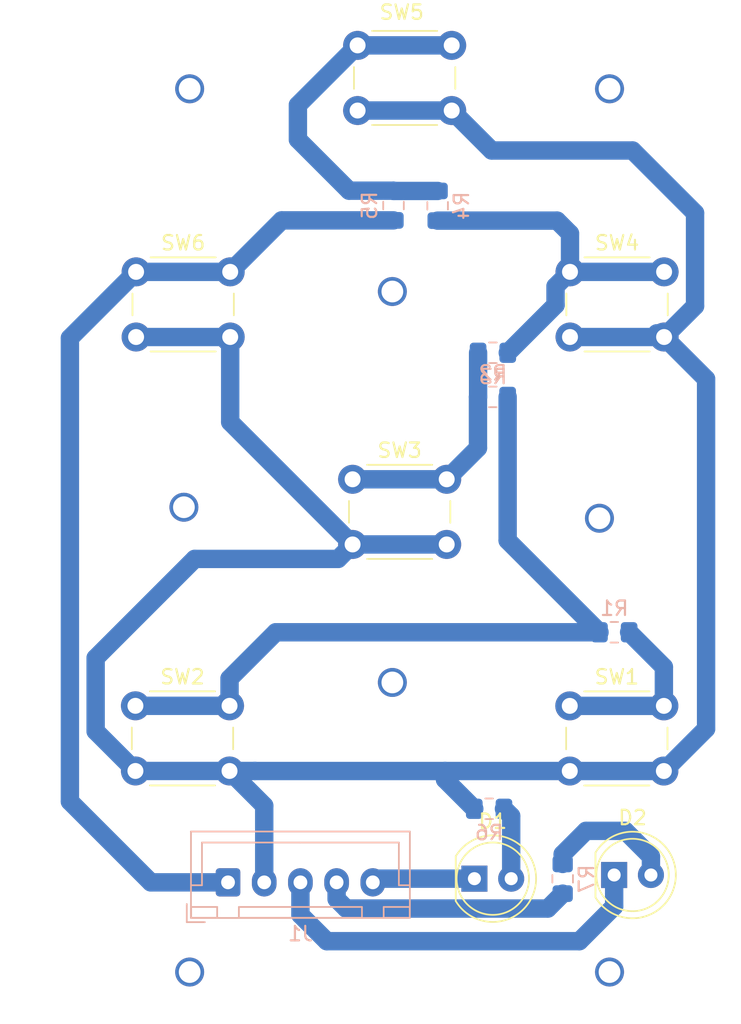
<source format=kicad_pcb>
(kicad_pcb (version 20171130) (host pcbnew "(5.0.1)-4")

  (general
    (thickness 1.6)
    (drawings 4)
    (tracks 93)
    (zones 0)
    (modules 16)
    (nets 13)
  )

  (page A4)
  (layers
    (0 F.Cu signal)
    (31 B.Cu signal)
    (32 B.Adhes user)
    (33 F.Adhes user)
    (34 B.Paste user)
    (35 F.Paste user)
    (36 B.SilkS user)
    (37 F.SilkS user)
    (38 B.Mask user)
    (39 F.Mask user)
    (40 Dwgs.User user)
    (41 Cmts.User user)
    (42 Eco1.User user)
    (43 Eco2.User user)
    (44 Edge.Cuts user)
    (45 Margin user)
    (46 B.CrtYd user)
    (47 F.CrtYd user)
    (48 B.Fab user)
    (49 F.Fab user)
  )

  (setup
    (last_trace_width 0.25)
    (user_trace_width 1.27)
    (trace_clearance 0.2)
    (zone_clearance 0.508)
    (zone_45_only no)
    (trace_min 0.2)
    (segment_width 0.2)
    (edge_width 0.15)
    (via_size 0.8)
    (via_drill 0.4)
    (via_min_size 0.4)
    (via_min_drill 0.3)
    (uvia_size 0.3)
    (uvia_drill 0.1)
    (uvias_allowed no)
    (uvia_min_size 0.2)
    (uvia_min_drill 0.1)
    (pcb_text_width 0.3)
    (pcb_text_size 1.5 1.5)
    (mod_edge_width 0.15)
    (mod_text_size 1 1)
    (mod_text_width 0.15)
    (pad_size 1.524 1.524)
    (pad_drill 0.762)
    (pad_to_mask_clearance 0.051)
    (solder_mask_min_width 0.25)
    (aux_axis_origin 0 0)
    (visible_elements 7FFFFFFF)
    (pcbplotparams
      (layerselection 0x010fc_ffffffff)
      (usegerberextensions false)
      (usegerberattributes false)
      (usegerberadvancedattributes false)
      (creategerberjobfile false)
      (excludeedgelayer true)
      (linewidth 0.100000)
      (plotframeref false)
      (viasonmask false)
      (mode 1)
      (useauxorigin false)
      (hpglpennumber 1)
      (hpglpenspeed 20)
      (hpglpendiameter 15.000000)
      (psnegative false)
      (psa4output false)
      (plotreference true)
      (plotvalue true)
      (plotinvisibletext false)
      (padsonsilk false)
      (subtractmaskfromsilk false)
      (outputformat 1)
      (mirror false)
      (drillshape 1)
      (scaleselection 1)
      (outputdirectory ""))
  )

  (net 0 "")
  (net 1 "Net-(D1-Pad1)")
  (net 2 "Net-(D1-Pad2)")
  (net 3 +5V)
  (net 4 GND)
  (net 5 /teclado_out)
  (net 6 "Net-(R1-Pad1)")
  (net 7 "Net-(R1-Pad2)")
  (net 8 "Net-(R2-Pad2)")
  (net 9 "Net-(R3-Pad2)")
  (net 10 "Net-(R4-Pad2)")
  (net 11 "Net-(D2-Pad2)")
  (net 12 "Net-(J1-Pad4)")

  (net_class Default "This is the default net class."
    (clearance 0.2)
    (trace_width 0.25)
    (via_dia 0.8)
    (via_drill 0.4)
    (uvia_dia 0.3)
    (uvia_drill 0.1)
    (add_net +5V)
    (add_net /teclado_out)
    (add_net GND)
    (add_net "Net-(D1-Pad1)")
    (add_net "Net-(D1-Pad2)")
    (add_net "Net-(D2-Pad2)")
    (add_net "Net-(J1-Pad4)")
    (add_net "Net-(R1-Pad1)")
    (add_net "Net-(R1-Pad2)")
    (add_net "Net-(R2-Pad2)")
    (add_net "Net-(R3-Pad2)")
    (add_net "Net-(R4-Pad2)")
  )

  (module Resistor_SMD:R_0805_2012Metric_Pad1.15x1.40mm_HandSolder (layer B.Cu) (tedit 5B36C52B) (tstamp 5D655527)
    (at 138.947 62.23)
    (descr "Resistor SMD 0805 (2012 Metric), square (rectangular) end terminal, IPC_7351 nominal with elongated pad for handsoldering. (Body size source: https://docs.google.com/spreadsheets/d/1BsfQQcO9C6DZCsRaXUlFlo91Tg2WpOkGARC1WS5S8t0/edit?usp=sharing), generated with kicad-footprint-generator")
    (tags "resistor handsolder")
    (path /5D58762F)
    (attr smd)
    (fp_text reference R3 (at 0 1.65) (layer B.SilkS)
      (effects (font (size 1 1) (thickness 0.15)) (justify mirror))
    )
    (fp_text value 33k (at 0 -1.65) (layer B.Fab)
      (effects (font (size 1 1) (thickness 0.15)) (justify mirror))
    )
    (fp_text user %R (at 0 0) (layer B.Fab)
      (effects (font (size 0.5 0.5) (thickness 0.08)) (justify mirror))
    )
    (fp_line (start 1.85 -0.95) (end -1.85 -0.95) (layer B.CrtYd) (width 0.05))
    (fp_line (start 1.85 0.95) (end 1.85 -0.95) (layer B.CrtYd) (width 0.05))
    (fp_line (start -1.85 0.95) (end 1.85 0.95) (layer B.CrtYd) (width 0.05))
    (fp_line (start -1.85 -0.95) (end -1.85 0.95) (layer B.CrtYd) (width 0.05))
    (fp_line (start -0.261252 -0.71) (end 0.261252 -0.71) (layer B.SilkS) (width 0.12))
    (fp_line (start -0.261252 0.71) (end 0.261252 0.71) (layer B.SilkS) (width 0.12))
    (fp_line (start 1 -0.6) (end -1 -0.6) (layer B.Fab) (width 0.1))
    (fp_line (start 1 0.6) (end 1 -0.6) (layer B.Fab) (width 0.1))
    (fp_line (start -1 0.6) (end 1 0.6) (layer B.Fab) (width 0.1))
    (fp_line (start -1 -0.6) (end -1 0.6) (layer B.Fab) (width 0.1))
    (pad 2 smd roundrect (at 1.025 0) (size 1.15 1.4) (layers B.Cu B.Paste B.Mask) (roundrect_rratio 0.217391)
      (net 9 "Net-(R3-Pad2)"))
    (pad 1 smd roundrect (at -1.025 0) (size 1.15 1.4) (layers B.Cu B.Paste B.Mask) (roundrect_rratio 0.217391)
      (net 8 "Net-(R2-Pad2)"))
    (model ${KISYS3DMOD}/Resistor_SMD.3dshapes/R_0805_2012Metric.wrl
      (at (xyz 0 0 0))
      (scale (xyz 1 1 1))
      (rotate (xyz 0 0 0))
    )
  )

  (module Button_Switch_THT:SW_PUSH_6mm (layer F.Cu) (tedit 5A02FE31) (tstamp 5D6555B7)
    (at 129.254 70.968)
    (descr https://www.omron.com/ecb/products/pdf/en-b3f.pdf)
    (tags "tact sw push 6mm")
    (path /5D58B9A8)
    (fp_text reference SW3 (at 3.25 -2) (layer F.SilkS)
      (effects (font (size 1 1) (thickness 0.15)))
    )
    (fp_text value SW_SPST (at 3.75 6.7) (layer F.Fab)
      (effects (font (size 1 1) (thickness 0.15)))
    )
    (fp_circle (center 3.25 2.25) (end 1.25 2.5) (layer F.Fab) (width 0.1))
    (fp_line (start 6.75 3) (end 6.75 1.5) (layer F.SilkS) (width 0.12))
    (fp_line (start 5.5 -1) (end 1 -1) (layer F.SilkS) (width 0.12))
    (fp_line (start -0.25 1.5) (end -0.25 3) (layer F.SilkS) (width 0.12))
    (fp_line (start 1 5.5) (end 5.5 5.5) (layer F.SilkS) (width 0.12))
    (fp_line (start 8 -1.25) (end 8 5.75) (layer F.CrtYd) (width 0.05))
    (fp_line (start 7.75 6) (end -1.25 6) (layer F.CrtYd) (width 0.05))
    (fp_line (start -1.5 5.75) (end -1.5 -1.25) (layer F.CrtYd) (width 0.05))
    (fp_line (start -1.25 -1.5) (end 7.75 -1.5) (layer F.CrtYd) (width 0.05))
    (fp_line (start -1.5 6) (end -1.25 6) (layer F.CrtYd) (width 0.05))
    (fp_line (start -1.5 5.75) (end -1.5 6) (layer F.CrtYd) (width 0.05))
    (fp_line (start -1.5 -1.5) (end -1.25 -1.5) (layer F.CrtYd) (width 0.05))
    (fp_line (start -1.5 -1.25) (end -1.5 -1.5) (layer F.CrtYd) (width 0.05))
    (fp_line (start 8 -1.5) (end 8 -1.25) (layer F.CrtYd) (width 0.05))
    (fp_line (start 7.75 -1.5) (end 8 -1.5) (layer F.CrtYd) (width 0.05))
    (fp_line (start 8 6) (end 8 5.75) (layer F.CrtYd) (width 0.05))
    (fp_line (start 7.75 6) (end 8 6) (layer F.CrtYd) (width 0.05))
    (fp_line (start 0.25 -0.75) (end 3.25 -0.75) (layer F.Fab) (width 0.1))
    (fp_line (start 0.25 5.25) (end 0.25 -0.75) (layer F.Fab) (width 0.1))
    (fp_line (start 6.25 5.25) (end 0.25 5.25) (layer F.Fab) (width 0.1))
    (fp_line (start 6.25 -0.75) (end 6.25 5.25) (layer F.Fab) (width 0.1))
    (fp_line (start 3.25 -0.75) (end 6.25 -0.75) (layer F.Fab) (width 0.1))
    (fp_text user %R (at 3.25 2.25) (layer F.Fab)
      (effects (font (size 1 1) (thickness 0.15)))
    )
    (pad 1 thru_hole circle (at 6.5 0 90) (size 2 2) (drill 1.1) (layers *.Cu *.Mask)
      (net 8 "Net-(R2-Pad2)"))
    (pad 2 thru_hole circle (at 6.5 4.5 90) (size 2 2) (drill 1.1) (layers *.Cu *.Mask)
      (net 3 +5V))
    (pad 1 thru_hole circle (at 0 0 90) (size 2 2) (drill 1.1) (layers *.Cu *.Mask)
      (net 8 "Net-(R2-Pad2)"))
    (pad 2 thru_hole circle (at 0 4.5 90) (size 2 2) (drill 1.1) (layers *.Cu *.Mask)
      (net 3 +5V))
    (model ${KISYS3DMOD}/Button_Switch_THT.3dshapes/SW_PUSH_6mm.wrl
      (at (xyz 0 0 0))
      (scale (xyz 1 1 1))
      (rotate (xyz 0 0 0))
    )
  )

  (module Button_Switch_THT:SW_PUSH_6mm (layer F.Cu) (tedit 5A02FE31) (tstamp 5D655D1D)
    (at 144.254 86.618)
    (descr https://www.omron.com/ecb/products/pdf/en-b3f.pdf)
    (tags "tact sw push 6mm")
    (path /5D58B906)
    (fp_text reference SW1 (at 3.25 -2) (layer F.SilkS)
      (effects (font (size 1 1) (thickness 0.15)))
    )
    (fp_text value SW_SPST (at 3.75 6.7) (layer F.Fab)
      (effects (font (size 1 1) (thickness 0.15)))
    )
    (fp_circle (center 3.25 2.25) (end 1.25 2.5) (layer F.Fab) (width 0.1))
    (fp_line (start 6.75 3) (end 6.75 1.5) (layer F.SilkS) (width 0.12))
    (fp_line (start 5.5 -1) (end 1 -1) (layer F.SilkS) (width 0.12))
    (fp_line (start -0.25 1.5) (end -0.25 3) (layer F.SilkS) (width 0.12))
    (fp_line (start 1 5.5) (end 5.5 5.5) (layer F.SilkS) (width 0.12))
    (fp_line (start 8 -1.25) (end 8 5.75) (layer F.CrtYd) (width 0.05))
    (fp_line (start 7.75 6) (end -1.25 6) (layer F.CrtYd) (width 0.05))
    (fp_line (start -1.5 5.75) (end -1.5 -1.25) (layer F.CrtYd) (width 0.05))
    (fp_line (start -1.25 -1.5) (end 7.75 -1.5) (layer F.CrtYd) (width 0.05))
    (fp_line (start -1.5 6) (end -1.25 6) (layer F.CrtYd) (width 0.05))
    (fp_line (start -1.5 5.75) (end -1.5 6) (layer F.CrtYd) (width 0.05))
    (fp_line (start -1.5 -1.5) (end -1.25 -1.5) (layer F.CrtYd) (width 0.05))
    (fp_line (start -1.5 -1.25) (end -1.5 -1.5) (layer F.CrtYd) (width 0.05))
    (fp_line (start 8 -1.5) (end 8 -1.25) (layer F.CrtYd) (width 0.05))
    (fp_line (start 7.75 -1.5) (end 8 -1.5) (layer F.CrtYd) (width 0.05))
    (fp_line (start 8 6) (end 8 5.75) (layer F.CrtYd) (width 0.05))
    (fp_line (start 7.75 6) (end 8 6) (layer F.CrtYd) (width 0.05))
    (fp_line (start 0.25 -0.75) (end 3.25 -0.75) (layer F.Fab) (width 0.1))
    (fp_line (start 0.25 5.25) (end 0.25 -0.75) (layer F.Fab) (width 0.1))
    (fp_line (start 6.25 5.25) (end 0.25 5.25) (layer F.Fab) (width 0.1))
    (fp_line (start 6.25 -0.75) (end 6.25 5.25) (layer F.Fab) (width 0.1))
    (fp_line (start 3.25 -0.75) (end 6.25 -0.75) (layer F.Fab) (width 0.1))
    (fp_text user %R (at 3.25 2.25) (layer F.Fab)
      (effects (font (size 1 1) (thickness 0.15)))
    )
    (pad 1 thru_hole circle (at 6.5 0 90) (size 2 2) (drill 1.1) (layers *.Cu *.Mask)
      (net 6 "Net-(R1-Pad1)"))
    (pad 2 thru_hole circle (at 6.5 4.5 90) (size 2 2) (drill 1.1) (layers *.Cu *.Mask)
      (net 3 +5V))
    (pad 1 thru_hole circle (at 0 0 90) (size 2 2) (drill 1.1) (layers *.Cu *.Mask)
      (net 6 "Net-(R1-Pad1)"))
    (pad 2 thru_hole circle (at 0 4.5 90) (size 2 2) (drill 1.1) (layers *.Cu *.Mask)
      (net 3 +5V))
    (model ${KISYS3DMOD}/Button_Switch_THT.3dshapes/SW_PUSH_6mm.wrl
      (at (xyz 0 0 0))
      (scale (xyz 1 1 1))
      (rotate (xyz 0 0 0))
    )
  )

  (module LED_THT:LED_D5.0mm (layer F.Cu) (tedit 5995936A) (tstamp 5D6554D2)
    (at 137.668 98.552)
    (descr "LED, diameter 5.0mm, 2 pins, http://cdn-reichelt.de/documents/datenblatt/A500/LL-504BC2E-009.pdf")
    (tags "LED diameter 5.0mm 2 pins")
    (path /5D58AAA0)
    (fp_text reference D1 (at 1.27 -3.96) (layer F.SilkS)
      (effects (font (size 1 1) (thickness 0.15)))
    )
    (fp_text value "LED ROJO" (at 1.27 3.96) (layer F.Fab)
      (effects (font (size 1 1) (thickness 0.15)))
    )
    (fp_arc (start 1.27 0) (end -1.23 -1.469694) (angle 299.1) (layer F.Fab) (width 0.1))
    (fp_arc (start 1.27 0) (end -1.29 -1.54483) (angle 148.9) (layer F.SilkS) (width 0.12))
    (fp_arc (start 1.27 0) (end -1.29 1.54483) (angle -148.9) (layer F.SilkS) (width 0.12))
    (fp_circle (center 1.27 0) (end 3.77 0) (layer F.Fab) (width 0.1))
    (fp_circle (center 1.27 0) (end 3.77 0) (layer F.SilkS) (width 0.12))
    (fp_line (start -1.23 -1.469694) (end -1.23 1.469694) (layer F.Fab) (width 0.1))
    (fp_line (start -1.29 -1.545) (end -1.29 1.545) (layer F.SilkS) (width 0.12))
    (fp_line (start -1.95 -3.25) (end -1.95 3.25) (layer F.CrtYd) (width 0.05))
    (fp_line (start -1.95 3.25) (end 4.5 3.25) (layer F.CrtYd) (width 0.05))
    (fp_line (start 4.5 3.25) (end 4.5 -3.25) (layer F.CrtYd) (width 0.05))
    (fp_line (start 4.5 -3.25) (end -1.95 -3.25) (layer F.CrtYd) (width 0.05))
    (fp_text user %R (at 1.25 0) (layer F.Fab)
      (effects (font (size 0.8 0.8) (thickness 0.2)))
    )
    (pad 1 thru_hole rect (at 0 0) (size 1.8 1.8) (drill 0.9) (layers *.Cu *.Mask)
      (net 1 "Net-(D1-Pad1)"))
    (pad 2 thru_hole circle (at 2.54 0) (size 1.8 1.8) (drill 0.9) (layers *.Cu *.Mask)
      (net 2 "Net-(D1-Pad2)"))
    (model ${KISYS3DMOD}/LED_THT.3dshapes/LED_D5.0mm.wrl
      (at (xyz 0 0 0))
      (scale (xyz 1 1 1))
      (rotate (xyz 0 0 0))
    )
  )

  (module Resistor_SMD:R_0805_2012Metric_Pad1.15x1.40mm_HandSolder (layer B.Cu) (tedit 5B36C52B) (tstamp 5D655505)
    (at 147.329 81.534 180)
    (descr "Resistor SMD 0805 (2012 Metric), square (rectangular) end terminal, IPC_7351 nominal with elongated pad for handsoldering. (Body size source: https://docs.google.com/spreadsheets/d/1BsfQQcO9C6DZCsRaXUlFlo91Tg2WpOkGARC1WS5S8t0/edit?usp=sharing), generated with kicad-footprint-generator")
    (tags "resistor handsolder")
    (path /5D5875E1)
    (attr smd)
    (fp_text reference R1 (at 0 1.65 180) (layer B.SilkS)
      (effects (font (size 1 1) (thickness 0.15)) (justify mirror))
    )
    (fp_text value 82k (at 0 -1.65 180) (layer B.Fab)
      (effects (font (size 1 1) (thickness 0.15)) (justify mirror))
    )
    (fp_text user %R (at 0 0 180) (layer B.Fab)
      (effects (font (size 0.5 0.5) (thickness 0.08)) (justify mirror))
    )
    (fp_line (start 1.85 -0.95) (end -1.85 -0.95) (layer B.CrtYd) (width 0.05))
    (fp_line (start 1.85 0.95) (end 1.85 -0.95) (layer B.CrtYd) (width 0.05))
    (fp_line (start -1.85 0.95) (end 1.85 0.95) (layer B.CrtYd) (width 0.05))
    (fp_line (start -1.85 -0.95) (end -1.85 0.95) (layer B.CrtYd) (width 0.05))
    (fp_line (start -0.261252 -0.71) (end 0.261252 -0.71) (layer B.SilkS) (width 0.12))
    (fp_line (start -0.261252 0.71) (end 0.261252 0.71) (layer B.SilkS) (width 0.12))
    (fp_line (start 1 -0.6) (end -1 -0.6) (layer B.Fab) (width 0.1))
    (fp_line (start 1 0.6) (end 1 -0.6) (layer B.Fab) (width 0.1))
    (fp_line (start -1 0.6) (end 1 0.6) (layer B.Fab) (width 0.1))
    (fp_line (start -1 -0.6) (end -1 0.6) (layer B.Fab) (width 0.1))
    (pad 2 smd roundrect (at 1.025 0 180) (size 1.15 1.4) (layers B.Cu B.Paste B.Mask) (roundrect_rratio 0.217391)
      (net 7 "Net-(R1-Pad2)"))
    (pad 1 smd roundrect (at -1.025 0 180) (size 1.15 1.4) (layers B.Cu B.Paste B.Mask) (roundrect_rratio 0.217391)
      (net 6 "Net-(R1-Pad1)"))
    (model ${KISYS3DMOD}/Resistor_SMD.3dshapes/R_0805_2012Metric.wrl
      (at (xyz 0 0 0))
      (scale (xyz 1 1 1))
      (rotate (xyz 0 0 0))
    )
  )

  (module Resistor_SMD:R_0805_2012Metric_Pad1.15x1.40mm_HandSolder (layer B.Cu) (tedit 5B36C52B) (tstamp 5D58D938)
    (at 138.938 65.278 180)
    (descr "Resistor SMD 0805 (2012 Metric), square (rectangular) end terminal, IPC_7351 nominal with elongated pad for handsoldering. (Body size source: https://docs.google.com/spreadsheets/d/1BsfQQcO9C6DZCsRaXUlFlo91Tg2WpOkGARC1WS5S8t0/edit?usp=sharing), generated with kicad-footprint-generator")
    (tags "resistor handsolder")
    (path /5D587607)
    (attr smd)
    (fp_text reference R2 (at 0 1.65 180) (layer B.SilkS)
      (effects (font (size 1 1) (thickness 0.15)) (justify mirror))
    )
    (fp_text value 47k (at 0 -1.65 180) (layer B.Fab)
      (effects (font (size 1 1) (thickness 0.15)) (justify mirror))
    )
    (fp_line (start -1 -0.6) (end -1 0.6) (layer B.Fab) (width 0.1))
    (fp_line (start -1 0.6) (end 1 0.6) (layer B.Fab) (width 0.1))
    (fp_line (start 1 0.6) (end 1 -0.6) (layer B.Fab) (width 0.1))
    (fp_line (start 1 -0.6) (end -1 -0.6) (layer B.Fab) (width 0.1))
    (fp_line (start -0.261252 0.71) (end 0.261252 0.71) (layer B.SilkS) (width 0.12))
    (fp_line (start -0.261252 -0.71) (end 0.261252 -0.71) (layer B.SilkS) (width 0.12))
    (fp_line (start -1.85 -0.95) (end -1.85 0.95) (layer B.CrtYd) (width 0.05))
    (fp_line (start -1.85 0.95) (end 1.85 0.95) (layer B.CrtYd) (width 0.05))
    (fp_line (start 1.85 0.95) (end 1.85 -0.95) (layer B.CrtYd) (width 0.05))
    (fp_line (start 1.85 -0.95) (end -1.85 -0.95) (layer B.CrtYd) (width 0.05))
    (fp_text user %R (at 0 0 180) (layer B.Fab)
      (effects (font (size 0.5 0.5) (thickness 0.08)) (justify mirror))
    )
    (pad 1 smd roundrect (at -1.025 0 180) (size 1.15 1.4) (layers B.Cu B.Paste B.Mask) (roundrect_rratio 0.217391)
      (net 7 "Net-(R1-Pad2)"))
    (pad 2 smd roundrect (at 1.025 0 180) (size 1.15 1.4) (layers B.Cu B.Paste B.Mask) (roundrect_rratio 0.217391)
      (net 8 "Net-(R2-Pad2)"))
    (model ${KISYS3DMOD}/Resistor_SMD.3dshapes/R_0805_2012Metric.wrl
      (at (xyz 0 0 0))
      (scale (xyz 1 1 1))
      (rotate (xyz 0 0 0))
    )
  )

  (module Resistor_SMD:R_0805_2012Metric_Pad1.15x1.40mm_HandSolder (layer B.Cu) (tedit 5B36C52B) (tstamp 5D656886)
    (at 135.128 52.079 90)
    (descr "Resistor SMD 0805 (2012 Metric), square (rectangular) end terminal, IPC_7351 nominal with elongated pad for handsoldering. (Body size source: https://docs.google.com/spreadsheets/d/1BsfQQcO9C6DZCsRaXUlFlo91Tg2WpOkGARC1WS5S8t0/edit?usp=sharing), generated with kicad-footprint-generator")
    (tags "resistor handsolder")
    (path /5D587659)
    (attr smd)
    (fp_text reference R4 (at 0 1.65 90) (layer B.SilkS)
      (effects (font (size 1 1) (thickness 0.15)) (justify mirror))
    )
    (fp_text value 22k (at 0 -1.65 90) (layer B.Fab)
      (effects (font (size 1 1) (thickness 0.15)) (justify mirror))
    )
    (fp_text user %R (at 0 0 90) (layer B.Fab)
      (effects (font (size 0.5 0.5) (thickness 0.08)) (justify mirror))
    )
    (fp_line (start 1.85 -0.95) (end -1.85 -0.95) (layer B.CrtYd) (width 0.05))
    (fp_line (start 1.85 0.95) (end 1.85 -0.95) (layer B.CrtYd) (width 0.05))
    (fp_line (start -1.85 0.95) (end 1.85 0.95) (layer B.CrtYd) (width 0.05))
    (fp_line (start -1.85 -0.95) (end -1.85 0.95) (layer B.CrtYd) (width 0.05))
    (fp_line (start -0.261252 -0.71) (end 0.261252 -0.71) (layer B.SilkS) (width 0.12))
    (fp_line (start -0.261252 0.71) (end 0.261252 0.71) (layer B.SilkS) (width 0.12))
    (fp_line (start 1 -0.6) (end -1 -0.6) (layer B.Fab) (width 0.1))
    (fp_line (start 1 0.6) (end 1 -0.6) (layer B.Fab) (width 0.1))
    (fp_line (start -1 0.6) (end 1 0.6) (layer B.Fab) (width 0.1))
    (fp_line (start -1 -0.6) (end -1 0.6) (layer B.Fab) (width 0.1))
    (pad 2 smd roundrect (at 1.025 0 90) (size 1.15 1.4) (layers B.Cu B.Paste B.Mask) (roundrect_rratio 0.217391)
      (net 10 "Net-(R4-Pad2)"))
    (pad 1 smd roundrect (at -1.025 0 90) (size 1.15 1.4) (layers B.Cu B.Paste B.Mask) (roundrect_rratio 0.217391)
      (net 9 "Net-(R3-Pad2)"))
    (model ${KISYS3DMOD}/Resistor_SMD.3dshapes/R_0805_2012Metric.wrl
      (at (xyz 0 0 0))
      (scale (xyz 1 1 1))
      (rotate (xyz 0 0 0))
    )
  )

  (module Resistor_SMD:R_0805_2012Metric_Pad1.15x1.40mm_HandSolder (layer B.Cu) (tedit 5B36C52B) (tstamp 5D655549)
    (at 132.08 52.061 270)
    (descr "Resistor SMD 0805 (2012 Metric), square (rectangular) end terminal, IPC_7351 nominal with elongated pad for handsoldering. (Body size source: https://docs.google.com/spreadsheets/d/1BsfQQcO9C6DZCsRaXUlFlo91Tg2WpOkGARC1WS5S8t0/edit?usp=sharing), generated with kicad-footprint-generator")
    (tags "resistor handsolder")
    (path /5D587FF6)
    (attr smd)
    (fp_text reference R5 (at 0 1.65 270) (layer B.SilkS)
      (effects (font (size 1 1) (thickness 0.15)) (justify mirror))
    )
    (fp_text value 15k (at 0 -1.65 270) (layer B.Fab)
      (effects (font (size 1 1) (thickness 0.15)) (justify mirror))
    )
    (fp_line (start -1 -0.6) (end -1 0.6) (layer B.Fab) (width 0.1))
    (fp_line (start -1 0.6) (end 1 0.6) (layer B.Fab) (width 0.1))
    (fp_line (start 1 0.6) (end 1 -0.6) (layer B.Fab) (width 0.1))
    (fp_line (start 1 -0.6) (end -1 -0.6) (layer B.Fab) (width 0.1))
    (fp_line (start -0.261252 0.71) (end 0.261252 0.71) (layer B.SilkS) (width 0.12))
    (fp_line (start -0.261252 -0.71) (end 0.261252 -0.71) (layer B.SilkS) (width 0.12))
    (fp_line (start -1.85 -0.95) (end -1.85 0.95) (layer B.CrtYd) (width 0.05))
    (fp_line (start -1.85 0.95) (end 1.85 0.95) (layer B.CrtYd) (width 0.05))
    (fp_line (start 1.85 0.95) (end 1.85 -0.95) (layer B.CrtYd) (width 0.05))
    (fp_line (start 1.85 -0.95) (end -1.85 -0.95) (layer B.CrtYd) (width 0.05))
    (fp_text user %R (at 0 0 270) (layer B.Fab)
      (effects (font (size 0.5 0.5) (thickness 0.08)) (justify mirror))
    )
    (pad 1 smd roundrect (at -1.025 0 270) (size 1.15 1.4) (layers B.Cu B.Paste B.Mask) (roundrect_rratio 0.217391)
      (net 10 "Net-(R4-Pad2)"))
    (pad 2 smd roundrect (at 1.025 0 270) (size 1.15 1.4) (layers B.Cu B.Paste B.Mask) (roundrect_rratio 0.217391)
      (net 5 /teclado_out))
    (model ${KISYS3DMOD}/Resistor_SMD.3dshapes/R_0805_2012Metric.wrl
      (at (xyz 0 0 0))
      (scale (xyz 1 1 1))
      (rotate (xyz 0 0 0))
    )
  )

  (module Resistor_SMD:R_0805_2012Metric_Pad1.15x1.40mm_HandSolder (layer B.Cu) (tedit 5B36C52B) (tstamp 5D65555A)
    (at 138.684 93.726)
    (descr "Resistor SMD 0805 (2012 Metric), square (rectangular) end terminal, IPC_7351 nominal with elongated pad for handsoldering. (Body size source: https://docs.google.com/spreadsheets/d/1BsfQQcO9C6DZCsRaXUlFlo91Tg2WpOkGARC1WS5S8t0/edit?usp=sharing), generated with kicad-footprint-generator")
    (tags "resistor handsolder")
    (path /5D58AB4B)
    (attr smd)
    (fp_text reference R6 (at 0 1.65) (layer B.SilkS)
      (effects (font (size 1 1) (thickness 0.15)) (justify mirror))
    )
    (fp_text value 220 (at 0 -1.65) (layer B.Fab)
      (effects (font (size 1 1) (thickness 0.15)) (justify mirror))
    )
    (fp_text user %R (at 0 0) (layer B.Fab)
      (effects (font (size 0.5 0.5) (thickness 0.08)) (justify mirror))
    )
    (fp_line (start 1.85 -0.95) (end -1.85 -0.95) (layer B.CrtYd) (width 0.05))
    (fp_line (start 1.85 0.95) (end 1.85 -0.95) (layer B.CrtYd) (width 0.05))
    (fp_line (start -1.85 0.95) (end 1.85 0.95) (layer B.CrtYd) (width 0.05))
    (fp_line (start -1.85 -0.95) (end -1.85 0.95) (layer B.CrtYd) (width 0.05))
    (fp_line (start -0.261252 -0.71) (end 0.261252 -0.71) (layer B.SilkS) (width 0.12))
    (fp_line (start -0.261252 0.71) (end 0.261252 0.71) (layer B.SilkS) (width 0.12))
    (fp_line (start 1 -0.6) (end -1 -0.6) (layer B.Fab) (width 0.1))
    (fp_line (start 1 0.6) (end 1 -0.6) (layer B.Fab) (width 0.1))
    (fp_line (start -1 0.6) (end 1 0.6) (layer B.Fab) (width 0.1))
    (fp_line (start -1 -0.6) (end -1 0.6) (layer B.Fab) (width 0.1))
    (pad 2 smd roundrect (at 1.025 0) (size 1.15 1.4) (layers B.Cu B.Paste B.Mask) (roundrect_rratio 0.217391)
      (net 2 "Net-(D1-Pad2)"))
    (pad 1 smd roundrect (at -1.025 0) (size 1.15 1.4) (layers B.Cu B.Paste B.Mask) (roundrect_rratio 0.217391)
      (net 3 +5V))
    (model ${KISYS3DMOD}/Resistor_SMD.3dshapes/R_0805_2012Metric.wrl
      (at (xyz 0 0 0))
      (scale (xyz 1 1 1))
      (rotate (xyz 0 0 0))
    )
  )

  (module Button_Switch_THT:SW_PUSH_6mm (layer F.Cu) (tedit 5A02FE31) (tstamp 5D655598)
    (at 114.254 86.614)
    (descr https://www.omron.com/ecb/products/pdf/en-b3f.pdf)
    (tags "tact sw push 6mm")
    (path /5D58B974)
    (fp_text reference SW2 (at 3.25 -2) (layer F.SilkS)
      (effects (font (size 1 1) (thickness 0.15)))
    )
    (fp_text value SW_SPST (at 3.75 6.7) (layer F.Fab)
      (effects (font (size 1 1) (thickness 0.15)))
    )
    (fp_text user %R (at 3.25 2.25) (layer F.Fab)
      (effects (font (size 1 1) (thickness 0.15)))
    )
    (fp_line (start 3.25 -0.75) (end 6.25 -0.75) (layer F.Fab) (width 0.1))
    (fp_line (start 6.25 -0.75) (end 6.25 5.25) (layer F.Fab) (width 0.1))
    (fp_line (start 6.25 5.25) (end 0.25 5.25) (layer F.Fab) (width 0.1))
    (fp_line (start 0.25 5.25) (end 0.25 -0.75) (layer F.Fab) (width 0.1))
    (fp_line (start 0.25 -0.75) (end 3.25 -0.75) (layer F.Fab) (width 0.1))
    (fp_line (start 7.75 6) (end 8 6) (layer F.CrtYd) (width 0.05))
    (fp_line (start 8 6) (end 8 5.75) (layer F.CrtYd) (width 0.05))
    (fp_line (start 7.75 -1.5) (end 8 -1.5) (layer F.CrtYd) (width 0.05))
    (fp_line (start 8 -1.5) (end 8 -1.25) (layer F.CrtYd) (width 0.05))
    (fp_line (start -1.5 -1.25) (end -1.5 -1.5) (layer F.CrtYd) (width 0.05))
    (fp_line (start -1.5 -1.5) (end -1.25 -1.5) (layer F.CrtYd) (width 0.05))
    (fp_line (start -1.5 5.75) (end -1.5 6) (layer F.CrtYd) (width 0.05))
    (fp_line (start -1.5 6) (end -1.25 6) (layer F.CrtYd) (width 0.05))
    (fp_line (start -1.25 -1.5) (end 7.75 -1.5) (layer F.CrtYd) (width 0.05))
    (fp_line (start -1.5 5.75) (end -1.5 -1.25) (layer F.CrtYd) (width 0.05))
    (fp_line (start 7.75 6) (end -1.25 6) (layer F.CrtYd) (width 0.05))
    (fp_line (start 8 -1.25) (end 8 5.75) (layer F.CrtYd) (width 0.05))
    (fp_line (start 1 5.5) (end 5.5 5.5) (layer F.SilkS) (width 0.12))
    (fp_line (start -0.25 1.5) (end -0.25 3) (layer F.SilkS) (width 0.12))
    (fp_line (start 5.5 -1) (end 1 -1) (layer F.SilkS) (width 0.12))
    (fp_line (start 6.75 3) (end 6.75 1.5) (layer F.SilkS) (width 0.12))
    (fp_circle (center 3.25 2.25) (end 1.25 2.5) (layer F.Fab) (width 0.1))
    (pad 2 thru_hole circle (at 0 4.5 90) (size 2 2) (drill 1.1) (layers *.Cu *.Mask)
      (net 3 +5V))
    (pad 1 thru_hole circle (at 0 0 90) (size 2 2) (drill 1.1) (layers *.Cu *.Mask)
      (net 7 "Net-(R1-Pad2)"))
    (pad 2 thru_hole circle (at 6.5 4.5 90) (size 2 2) (drill 1.1) (layers *.Cu *.Mask)
      (net 3 +5V))
    (pad 1 thru_hole circle (at 6.5 0 90) (size 2 2) (drill 1.1) (layers *.Cu *.Mask)
      (net 7 "Net-(R1-Pad2)"))
    (model ${KISYS3DMOD}/Button_Switch_THT.3dshapes/SW_PUSH_6mm.wrl
      (at (xyz 0 0 0))
      (scale (xyz 1 1 1))
      (rotate (xyz 0 0 0))
    )
  )

  (module Button_Switch_THT:SW_PUSH_6mm (layer F.Cu) (tedit 5A02FE31) (tstamp 5D6555D6)
    (at 144.27 56.642)
    (descr https://www.omron.com/ecb/products/pdf/en-b3f.pdf)
    (tags "tact sw push 6mm")
    (path /5D58B9E6)
    (fp_text reference SW4 (at 3.25 -2) (layer F.SilkS)
      (effects (font (size 1 1) (thickness 0.15)))
    )
    (fp_text value SW_SPST (at 3.302 6.858) (layer F.Fab)
      (effects (font (size 1 1) (thickness 0.15)))
    )
    (fp_text user %R (at 3.25 2.25) (layer F.Fab)
      (effects (font (size 1 1) (thickness 0.15)))
    )
    (fp_line (start 3.25 -0.75) (end 6.25 -0.75) (layer F.Fab) (width 0.1))
    (fp_line (start 6.25 -0.75) (end 6.25 5.25) (layer F.Fab) (width 0.1))
    (fp_line (start 6.25 5.25) (end 0.25 5.25) (layer F.Fab) (width 0.1))
    (fp_line (start 0.25 5.25) (end 0.25 -0.75) (layer F.Fab) (width 0.1))
    (fp_line (start 0.25 -0.75) (end 3.25 -0.75) (layer F.Fab) (width 0.1))
    (fp_line (start 7.75 6) (end 8 6) (layer F.CrtYd) (width 0.05))
    (fp_line (start 8 6) (end 8 5.75) (layer F.CrtYd) (width 0.05))
    (fp_line (start 7.75 -1.5) (end 8 -1.5) (layer F.CrtYd) (width 0.05))
    (fp_line (start 8 -1.5) (end 8 -1.25) (layer F.CrtYd) (width 0.05))
    (fp_line (start -1.5 -1.25) (end -1.5 -1.5) (layer F.CrtYd) (width 0.05))
    (fp_line (start -1.5 -1.5) (end -1.25 -1.5) (layer F.CrtYd) (width 0.05))
    (fp_line (start -1.5 5.75) (end -1.5 6) (layer F.CrtYd) (width 0.05))
    (fp_line (start -1.5 6) (end -1.25 6) (layer F.CrtYd) (width 0.05))
    (fp_line (start -1.25 -1.5) (end 7.75 -1.5) (layer F.CrtYd) (width 0.05))
    (fp_line (start -1.5 5.75) (end -1.5 -1.25) (layer F.CrtYd) (width 0.05))
    (fp_line (start 7.75 6) (end -1.25 6) (layer F.CrtYd) (width 0.05))
    (fp_line (start 8 -1.25) (end 8 5.75) (layer F.CrtYd) (width 0.05))
    (fp_line (start 1 5.5) (end 5.5 5.5) (layer F.SilkS) (width 0.12))
    (fp_line (start -0.25 1.5) (end -0.25 3) (layer F.SilkS) (width 0.12))
    (fp_line (start 5.5 -1) (end 1 -1) (layer F.SilkS) (width 0.12))
    (fp_line (start 6.75 3) (end 6.75 1.5) (layer F.SilkS) (width 0.12))
    (fp_circle (center 3.25 2.25) (end 1.25 2.5) (layer F.Fab) (width 0.1))
    (pad 2 thru_hole circle (at 0 4.5 90) (size 2 2) (drill 1.1) (layers *.Cu *.Mask)
      (net 3 +5V))
    (pad 1 thru_hole circle (at 0 0 90) (size 2 2) (drill 1.1) (layers *.Cu *.Mask)
      (net 9 "Net-(R3-Pad2)"))
    (pad 2 thru_hole circle (at 6.5 4.5 90) (size 2 2) (drill 1.1) (layers *.Cu *.Mask)
      (net 3 +5V))
    (pad 1 thru_hole circle (at 6.5 0 90) (size 2 2) (drill 1.1) (layers *.Cu *.Mask)
      (net 9 "Net-(R3-Pad2)"))
    (model ${KISYS3DMOD}/Button_Switch_THT.3dshapes/SW_PUSH_6mm.wrl
      (at (xyz 0 0 0))
      (scale (xyz 1 1 1))
      (rotate (xyz 0 0 0))
    )
  )

  (module Button_Switch_THT:SW_PUSH_6mm (layer F.Cu) (tedit 5A02FE31) (tstamp 5D655E0F)
    (at 129.6 41)
    (descr https://www.omron.com/ecb/products/pdf/en-b3f.pdf)
    (tags "tact sw push 6mm")
    (path /5D58BA22)
    (fp_text reference SW5 (at 3.048 -2.286) (layer F.SilkS)
      (effects (font (size 1 1) (thickness 0.15)))
    )
    (fp_text value SW_SPST (at 3.75 6.7) (layer F.Fab)
      (effects (font (size 1 1) (thickness 0.15)))
    )
    (fp_text user %R (at 3.25 2.25) (layer F.Fab)
      (effects (font (size 1 1) (thickness 0.15)))
    )
    (fp_line (start 3.25 -0.75) (end 6.25 -0.75) (layer F.Fab) (width 0.1))
    (fp_line (start 6.25 -0.75) (end 6.25 5.25) (layer F.Fab) (width 0.1))
    (fp_line (start 6.25 5.25) (end 0.25 5.25) (layer F.Fab) (width 0.1))
    (fp_line (start 0.25 5.25) (end 0.25 -0.75) (layer F.Fab) (width 0.1))
    (fp_line (start 0.25 -0.75) (end 3.25 -0.75) (layer F.Fab) (width 0.1))
    (fp_line (start 7.75 6) (end 8 6) (layer F.CrtYd) (width 0.05))
    (fp_line (start 8 6) (end 8 5.75) (layer F.CrtYd) (width 0.05))
    (fp_line (start 7.75 -1.5) (end 8 -1.5) (layer F.CrtYd) (width 0.05))
    (fp_line (start 8 -1.5) (end 8 -1.25) (layer F.CrtYd) (width 0.05))
    (fp_line (start -1.5 -1.25) (end -1.5 -1.5) (layer F.CrtYd) (width 0.05))
    (fp_line (start -1.5 -1.5) (end -1.25 -1.5) (layer F.CrtYd) (width 0.05))
    (fp_line (start -1.5 5.75) (end -1.5 6) (layer F.CrtYd) (width 0.05))
    (fp_line (start -1.5 6) (end -1.25 6) (layer F.CrtYd) (width 0.05))
    (fp_line (start -1.25 -1.5) (end 7.75 -1.5) (layer F.CrtYd) (width 0.05))
    (fp_line (start -1.5 5.75) (end -1.5 -1.25) (layer F.CrtYd) (width 0.05))
    (fp_line (start 7.75 6) (end -1.25 6) (layer F.CrtYd) (width 0.05))
    (fp_line (start 8 -1.25) (end 8 5.75) (layer F.CrtYd) (width 0.05))
    (fp_line (start 1 5.5) (end 5.5 5.5) (layer F.SilkS) (width 0.12))
    (fp_line (start -0.25 1.5) (end -0.25 3) (layer F.SilkS) (width 0.12))
    (fp_line (start 5.5 -1) (end 1 -1) (layer F.SilkS) (width 0.12))
    (fp_line (start 6.75 3) (end 6.75 1.5) (layer F.SilkS) (width 0.12))
    (fp_circle (center 3.25 2.25) (end 1.25 2.5) (layer F.Fab) (width 0.1))
    (pad 2 thru_hole circle (at 0 4.5 90) (size 2 2) (drill 1.1) (layers *.Cu *.Mask)
      (net 3 +5V))
    (pad 1 thru_hole circle (at 0 0 90) (size 2 2) (drill 1.1) (layers *.Cu *.Mask)
      (net 10 "Net-(R4-Pad2)"))
    (pad 2 thru_hole circle (at 6.5 4.5 90) (size 2 2) (drill 1.1) (layers *.Cu *.Mask)
      (net 3 +5V))
    (pad 1 thru_hole circle (at 6.5 0 90) (size 2 2) (drill 1.1) (layers *.Cu *.Mask)
      (net 10 "Net-(R4-Pad2)"))
    (model ${KISYS3DMOD}/Button_Switch_THT.3dshapes/SW_PUSH_6mm.wrl
      (at (xyz 0 0 0))
      (scale (xyz 1 1 1))
      (rotate (xyz 0 0 0))
    )
  )

  (module Button_Switch_THT:SW_PUSH_6mm (layer F.Cu) (tedit 5A02FE31) (tstamp 5D6C6B9B)
    (at 114.3 56.642)
    (descr https://www.omron.com/ecb/products/pdf/en-b3f.pdf)
    (tags "tact sw push 6mm")
    (path /5D58BA60)
    (fp_text reference SW6 (at 3.25 -2) (layer F.SilkS)
      (effects (font (size 1 1) (thickness 0.15)))
    )
    (fp_text value SW_SPST (at 3.75 6.7) (layer F.Fab)
      (effects (font (size 1 1) (thickness 0.15)))
    )
    (fp_text user %R (at 3.302 2.286) (layer F.Fab)
      (effects (font (size 1 1) (thickness 0.15)))
    )
    (fp_line (start 3.25 -0.75) (end 6.25 -0.75) (layer F.Fab) (width 0.1))
    (fp_line (start 6.25 -0.75) (end 6.25 5.25) (layer F.Fab) (width 0.1))
    (fp_line (start 6.25 5.25) (end 0.25 5.25) (layer F.Fab) (width 0.1))
    (fp_line (start 0.25 5.25) (end 0.25 -0.75) (layer F.Fab) (width 0.1))
    (fp_line (start 0.25 -0.75) (end 3.25 -0.75) (layer F.Fab) (width 0.1))
    (fp_line (start 7.75 6) (end 8 6) (layer F.CrtYd) (width 0.05))
    (fp_line (start 8 6) (end 8 5.75) (layer F.CrtYd) (width 0.05))
    (fp_line (start 7.75 -1.5) (end 8 -1.5) (layer F.CrtYd) (width 0.05))
    (fp_line (start 8 -1.5) (end 8 -1.25) (layer F.CrtYd) (width 0.05))
    (fp_line (start -1.5 -1.25) (end -1.5 -1.5) (layer F.CrtYd) (width 0.05))
    (fp_line (start -1.5 -1.5) (end -1.25 -1.5) (layer F.CrtYd) (width 0.05))
    (fp_line (start -1.5 5.75) (end -1.5 6) (layer F.CrtYd) (width 0.05))
    (fp_line (start -1.5 6) (end -1.25 6) (layer F.CrtYd) (width 0.05))
    (fp_line (start -1.25 -1.5) (end 7.75 -1.5) (layer F.CrtYd) (width 0.05))
    (fp_line (start -1.5 5.75) (end -1.5 -1.25) (layer F.CrtYd) (width 0.05))
    (fp_line (start 7.75 6) (end -1.25 6) (layer F.CrtYd) (width 0.05))
    (fp_line (start 8 -1.25) (end 8 5.75) (layer F.CrtYd) (width 0.05))
    (fp_line (start 1 5.5) (end 5.5 5.5) (layer F.SilkS) (width 0.12))
    (fp_line (start -0.25 1.5) (end -0.25 3) (layer F.SilkS) (width 0.12))
    (fp_line (start 5.5 -1) (end 1 -1) (layer F.SilkS) (width 0.12))
    (fp_line (start 6.75 3) (end 6.75 1.5) (layer F.SilkS) (width 0.12))
    (fp_circle (center 3.25 2.25) (end 1.25 2.5) (layer F.Fab) (width 0.1))
    (pad 2 thru_hole circle (at 0 4.5 90) (size 2 2) (drill 1.1) (layers *.Cu *.Mask)
      (net 3 +5V))
    (pad 1 thru_hole circle (at 0 0 90) (size 2 2) (drill 1.1) (layers *.Cu *.Mask)
      (net 5 /teclado_out))
    (pad 2 thru_hole circle (at 6.5 4.5 90) (size 2 2) (drill 1.1) (layers *.Cu *.Mask)
      (net 3 +5V))
    (pad 1 thru_hole circle (at 6.5 0 90) (size 2 2) (drill 1.1) (layers *.Cu *.Mask)
      (net 5 /teclado_out))
    (model ${KISYS3DMOD}/Button_Switch_THT.3dshapes/SW_PUSH_6mm.wrl
      (at (xyz 0 0 0))
      (scale (xyz 1 1 1))
      (rotate (xyz 0 0 0))
    )
  )

  (module LED_THT:LED_D5.0mm (layer F.Cu) (tedit 5995936A) (tstamp 5D6C65D5)
    (at 147.32 98.298)
    (descr "LED, diameter 5.0mm, 2 pins, http://cdn-reichelt.de/documents/datenblatt/A500/LL-504BC2E-009.pdf")
    (tags "LED diameter 5.0mm 2 pins")
    (path /5D5FF722)
    (fp_text reference D2 (at 1.27 -3.96) (layer F.SilkS)
      (effects (font (size 1 1) (thickness 0.15)))
    )
    (fp_text value "LED VERDE" (at 1.27 3.96) (layer F.Fab)
      (effects (font (size 1 1) (thickness 0.15)))
    )
    (fp_arc (start 1.27 0) (end -1.23 -1.469694) (angle 299.1) (layer F.Fab) (width 0.1))
    (fp_arc (start 1.27 0) (end -1.29 -1.54483) (angle 148.9) (layer F.SilkS) (width 0.12))
    (fp_arc (start 1.27 0) (end -1.29 1.54483) (angle -148.9) (layer F.SilkS) (width 0.12))
    (fp_circle (center 1.27 0) (end 3.77 0) (layer F.Fab) (width 0.1))
    (fp_circle (center 1.27 0) (end 3.77 0) (layer F.SilkS) (width 0.12))
    (fp_line (start -1.23 -1.469694) (end -1.23 1.469694) (layer F.Fab) (width 0.1))
    (fp_line (start -1.29 -1.545) (end -1.29 1.545) (layer F.SilkS) (width 0.12))
    (fp_line (start -1.95 -3.25) (end -1.95 3.25) (layer F.CrtYd) (width 0.05))
    (fp_line (start -1.95 3.25) (end 4.5 3.25) (layer F.CrtYd) (width 0.05))
    (fp_line (start 4.5 3.25) (end 4.5 -3.25) (layer F.CrtYd) (width 0.05))
    (fp_line (start 4.5 -3.25) (end -1.95 -3.25) (layer F.CrtYd) (width 0.05))
    (fp_text user %R (at 1.25 0) (layer F.Fab)
      (effects (font (size 0.8 0.8) (thickness 0.2)))
    )
    (pad 1 thru_hole rect (at 0 0) (size 1.8 1.8) (drill 0.9) (layers *.Cu *.Mask)
      (net 4 GND))
    (pad 2 thru_hole circle (at 2.54 0) (size 1.8 1.8) (drill 0.9) (layers *.Cu *.Mask)
      (net 11 "Net-(D2-Pad2)"))
    (model ${KISYS3DMOD}/LED_THT.3dshapes/LED_D5.0mm.wrl
      (at (xyz 0 0 0))
      (scale (xyz 1 1 1))
      (rotate (xyz 0 0 0))
    )
  )

  (module Connector_JST:JST_XH_B05B-XH-A_1x05_P2.50mm_Vertical (layer B.Cu) (tedit 5B7754C5) (tstamp 5D6C65D6)
    (at 120.65 98.806)
    (descr "JST XH series connector, B05B-XH-A (http://www.jst-mfg.com/product/pdf/eng/eXH.pdf), generated with kicad-footprint-generator")
    (tags "connector JST XH side entry")
    (path /5D5FED87)
    (fp_text reference J1 (at 5 3.55) (layer B.SilkS)
      (effects (font (size 1 1) (thickness 0.15)) (justify mirror))
    )
    (fp_text value Conn_01x05_Female (at 5 -4.6) (layer B.Fab)
      (effects (font (size 1 1) (thickness 0.15)) (justify mirror))
    )
    (fp_line (start -2.45 2.35) (end -2.45 -3.4) (layer B.Fab) (width 0.1))
    (fp_line (start -2.45 -3.4) (end 12.45 -3.4) (layer B.Fab) (width 0.1))
    (fp_line (start 12.45 -3.4) (end 12.45 2.35) (layer B.Fab) (width 0.1))
    (fp_line (start 12.45 2.35) (end -2.45 2.35) (layer B.Fab) (width 0.1))
    (fp_line (start -2.56 2.46) (end -2.56 -3.51) (layer B.SilkS) (width 0.12))
    (fp_line (start -2.56 -3.51) (end 12.56 -3.51) (layer B.SilkS) (width 0.12))
    (fp_line (start 12.56 -3.51) (end 12.56 2.46) (layer B.SilkS) (width 0.12))
    (fp_line (start 12.56 2.46) (end -2.56 2.46) (layer B.SilkS) (width 0.12))
    (fp_line (start -2.95 2.85) (end -2.95 -3.9) (layer B.CrtYd) (width 0.05))
    (fp_line (start -2.95 -3.9) (end 12.95 -3.9) (layer B.CrtYd) (width 0.05))
    (fp_line (start 12.95 -3.9) (end 12.95 2.85) (layer B.CrtYd) (width 0.05))
    (fp_line (start 12.95 2.85) (end -2.95 2.85) (layer B.CrtYd) (width 0.05))
    (fp_line (start -0.625 2.35) (end 0 1.35) (layer B.Fab) (width 0.1))
    (fp_line (start 0 1.35) (end 0.625 2.35) (layer B.Fab) (width 0.1))
    (fp_line (start 0.75 2.45) (end 0.75 1.7) (layer B.SilkS) (width 0.12))
    (fp_line (start 0.75 1.7) (end 9.25 1.7) (layer B.SilkS) (width 0.12))
    (fp_line (start 9.25 1.7) (end 9.25 2.45) (layer B.SilkS) (width 0.12))
    (fp_line (start 9.25 2.45) (end 0.75 2.45) (layer B.SilkS) (width 0.12))
    (fp_line (start -2.55 2.45) (end -2.55 1.7) (layer B.SilkS) (width 0.12))
    (fp_line (start -2.55 1.7) (end -0.75 1.7) (layer B.SilkS) (width 0.12))
    (fp_line (start -0.75 1.7) (end -0.75 2.45) (layer B.SilkS) (width 0.12))
    (fp_line (start -0.75 2.45) (end -2.55 2.45) (layer B.SilkS) (width 0.12))
    (fp_line (start 10.75 2.45) (end 10.75 1.7) (layer B.SilkS) (width 0.12))
    (fp_line (start 10.75 1.7) (end 12.55 1.7) (layer B.SilkS) (width 0.12))
    (fp_line (start 12.55 1.7) (end 12.55 2.45) (layer B.SilkS) (width 0.12))
    (fp_line (start 12.55 2.45) (end 10.75 2.45) (layer B.SilkS) (width 0.12))
    (fp_line (start -2.55 0.2) (end -1.8 0.2) (layer B.SilkS) (width 0.12))
    (fp_line (start -1.8 0.2) (end -1.8 -2.75) (layer B.SilkS) (width 0.12))
    (fp_line (start -1.8 -2.75) (end 5 -2.75) (layer B.SilkS) (width 0.12))
    (fp_line (start 12.55 0.2) (end 11.8 0.2) (layer B.SilkS) (width 0.12))
    (fp_line (start 11.8 0.2) (end 11.8 -2.75) (layer B.SilkS) (width 0.12))
    (fp_line (start 11.8 -2.75) (end 5 -2.75) (layer B.SilkS) (width 0.12))
    (fp_line (start -1.6 2.75) (end -2.85 2.75) (layer B.SilkS) (width 0.12))
    (fp_line (start -2.85 2.75) (end -2.85 1.5) (layer B.SilkS) (width 0.12))
    (fp_text user %R (at 5 -2.7) (layer B.Fab)
      (effects (font (size 1 1) (thickness 0.15)) (justify mirror))
    )
    (pad 1 thru_hole roundrect (at 0 0) (size 1.7 1.95) (drill 0.95) (layers *.Cu *.Mask) (roundrect_rratio 0.147059)
      (net 5 /teclado_out))
    (pad 2 thru_hole oval (at 2.5 0) (size 1.7 1.95) (drill 0.95) (layers *.Cu *.Mask)
      (net 3 +5V))
    (pad 3 thru_hole oval (at 5 0) (size 1.7 1.95) (drill 0.95) (layers *.Cu *.Mask)
      (net 4 GND))
    (pad 4 thru_hole oval (at 7.5 0) (size 1.7 1.95) (drill 0.95) (layers *.Cu *.Mask)
      (net 12 "Net-(J1-Pad4)"))
    (pad 5 thru_hole oval (at 10 0) (size 1.7 1.95) (drill 0.95) (layers *.Cu *.Mask)
      (net 1 "Net-(D1-Pad1)"))
    (model ${KISYS3DMOD}/Connector_JST.3dshapes/JST_XH_B05B-XH-A_1x05_P2.50mm_Vertical.wrl
      (at (xyz 0 0 0))
      (scale (xyz 1 1 1))
      (rotate (xyz 0 0 0))
    )
  )

  (module Resistor_SMD:R_0805_2012Metric_Pad1.15x1.40mm_HandSolder (layer B.Cu) (tedit 5B36C52B) (tstamp 5D6C6611)
    (at 143.764 98.561 90)
    (descr "Resistor SMD 0805 (2012 Metric), square (rectangular) end terminal, IPC_7351 nominal with elongated pad for handsoldering. (Body size source: https://docs.google.com/spreadsheets/d/1BsfQQcO9C6DZCsRaXUlFlo91Tg2WpOkGARC1WS5S8t0/edit?usp=sharing), generated with kicad-footprint-generator")
    (tags "resistor handsolder")
    (path /5D5FF6D2)
    (attr smd)
    (fp_text reference R7 (at 0 1.65 90) (layer B.SilkS)
      (effects (font (size 1 1) (thickness 0.15)) (justify mirror))
    )
    (fp_text value 220 (at 0 -1.65 90) (layer B.Fab)
      (effects (font (size 1 1) (thickness 0.15)) (justify mirror))
    )
    (fp_line (start -1 -0.6) (end -1 0.6) (layer B.Fab) (width 0.1))
    (fp_line (start -1 0.6) (end 1 0.6) (layer B.Fab) (width 0.1))
    (fp_line (start 1 0.6) (end 1 -0.6) (layer B.Fab) (width 0.1))
    (fp_line (start 1 -0.6) (end -1 -0.6) (layer B.Fab) (width 0.1))
    (fp_line (start -0.261252 0.71) (end 0.261252 0.71) (layer B.SilkS) (width 0.12))
    (fp_line (start -0.261252 -0.71) (end 0.261252 -0.71) (layer B.SilkS) (width 0.12))
    (fp_line (start -1.85 -0.95) (end -1.85 0.95) (layer B.CrtYd) (width 0.05))
    (fp_line (start -1.85 0.95) (end 1.85 0.95) (layer B.CrtYd) (width 0.05))
    (fp_line (start 1.85 0.95) (end 1.85 -0.95) (layer B.CrtYd) (width 0.05))
    (fp_line (start 1.85 -0.95) (end -1.85 -0.95) (layer B.CrtYd) (width 0.05))
    (fp_text user %R (at 2.032 9.144 90) (layer B.Fab)
      (effects (font (size 0.5 0.5) (thickness 0.08)) (justify mirror))
    )
    (pad 1 smd roundrect (at -1.025 0 90) (size 1.15 1.4) (layers B.Cu B.Paste B.Mask) (roundrect_rratio 0.217391)
      (net 12 "Net-(J1-Pad4)"))
    (pad 2 smd roundrect (at 1.025 0 90) (size 1.15 1.4) (layers B.Cu B.Paste B.Mask) (roundrect_rratio 0.217391)
      (net 11 "Net-(D2-Pad2)"))
    (model ${KISYS3DMOD}/Resistor_SMD.3dshapes/R_0805_2012Metric.wrl
      (at (xyz 0 0 0))
      (scale (xyz 1 1 1))
      (rotate (xyz 0 0 0))
    )
  )

  (gr_line (start 105 108.504) (end 156 108.504) (layer B.Mask) (width 0.2))
  (gr_line (start 156 38.504) (end 156 108.504) (layer B.Mask) (width 0.2))
  (gr_line (start 105 38.504) (end 105 108.504) (layer B.Mask) (width 0.2))
  (gr_line (start 105 38.504) (end 156 38.504) (layer B.Mask) (width 0.2))

  (via (at 118 105) (size 2) (drill 1.5) (layers F.Cu B.Cu) (net 0))
  (via (at 132 58) (size 2) (drill 1.5) (layers F.Cu B.Cu) (net 0))
  (via (at 147 44) (size 2) (drill 1.5) (layers F.Cu B.Cu) (net 0) (tstamp 5D58D856))
  (via (at 147 105) (size 2) (drill 1.5) (layers F.Cu B.Cu) (net 0) (tstamp 5D58D856))
  (via (at 117.602 72.898) (size 2) (drill 1.5) (layers F.Cu B.Cu) (net 0) (tstamp 5D58DA39))
  (via (at 146.304 73.66) (size 2) (drill 1.5) (layers F.Cu B.Cu) (net 0) (tstamp 5D58DA39))
  (via (at 118 44) (size 2) (drill 1.5) (layers F.Cu B.Cu) (net 0) (tstamp 5D58DAD9))
  (via (at 132 85) (size 2) (drill 1.5) (layers F.Cu B.Cu) (net 0) (tstamp 5D6C8985))
  (segment (start 130.904 98.552) (end 130.65 98.806) (width 1.27) (layer B.Cu) (net 1))
  (segment (start 137.668 98.552) (end 130.904 98.552) (width 1.27) (layer B.Cu) (net 1))
  (segment (start 140.208 94.225) (end 139.709 93.726) (width 1.27) (layer B.Cu) (net 2))
  (segment (start 140.208 98.552) (end 140.208 94.225) (width 1.27) (layer B.Cu) (net 2))
  (segment (start 144.254 91.118) (end 150.754 91.118) (width 1.27) (layer B.Cu) (net 3))
  (segment (start 135.636 91.703) (end 137.659 93.726) (width 1.27) (layer B.Cu) (net 3))
  (segment (start 135.636 91.118) (end 135.636 91.703) (width 1.27) (layer B.Cu) (net 3))
  (segment (start 135.636 91.118) (end 144.254 91.118) (width 1.27) (layer B.Cu) (net 3))
  (segment (start 129.254 75.468) (end 135.754 75.468) (width 1.27) (layer B.Cu) (net 3))
  (segment (start 114.3 61.142) (end 120.8 61.142) (width 1.27) (layer B.Cu) (net 3))
  (segment (start 129.6 45.5) (end 136.1 45.5) (width 1.27) (layer B.Cu) (net 3))
  (segment (start 120.8 67.014) (end 120.8 61.142) (width 1.27) (layer B.Cu) (net 3))
  (segment (start 129.254 75.468) (end 120.8 67.014) (width 1.27) (layer B.Cu) (net 3))
  (segment (start 136.1 45.5) (end 138.86 48.26) (width 1.27) (layer B.Cu) (net 3))
  (segment (start 138.86 48.26) (end 148.59 48.26) (width 1.27) (layer B.Cu) (net 3))
  (segment (start 148.59 48.26) (end 152.908 52.578) (width 1.27) (layer B.Cu) (net 3))
  (segment (start 123.15 98.931) (end 123.15 98.806) (width 1.27) (layer B.Cu) (net 3))
  (segment (start 123.15 93.51) (end 123.15 98.806) (width 1.27) (layer B.Cu) (net 3))
  (segment (start 122.504 91.118) (end 135.636 91.118) (width 1.27) (layer B.Cu) (net 3))
  (segment (start 120.754 91.114) (end 123.15 93.51) (width 1.27) (layer B.Cu) (net 3))
  (segment (start 114.254 91.114) (end 122.5 91.114) (width 1.27) (layer B.Cu) (net 3))
  (segment (start 122.5 91.114) (end 122.504 91.118) (width 1.27) (layer B.Cu) (net 3))
  (segment (start 150.754 91.118) (end 153.67 88.202) (width 1.27) (layer B.Cu) (net 3))
  (segment (start 153.67 88.202) (end 153.67 64.042) (width 1.27) (layer B.Cu) (net 3))
  (segment (start 152.908 52.578) (end 152.908 59.004) (width 1.27) (layer B.Cu) (net 3))
  (segment (start 153.67 64.042) (end 150.77 61.142) (width 1.27) (layer B.Cu) (net 3))
  (segment (start 152.908 59.004) (end 150.77 61.142) (width 1.27) (layer B.Cu) (net 3))
  (segment (start 144.27 61.142) (end 150.77 61.142) (width 1.27) (layer B.Cu) (net 3))
  (segment (start 150.264 60.888) (end 150.518 61.142) (width 1.27) (layer B.Cu) (net 3))
  (segment (start 128.254001 76.467999) (end 129.254 75.468) (width 1.27) (layer B.Cu) (net 3))
  (segment (start 118.350001 76.467999) (end 128.254001 76.467999) (width 1.27) (layer B.Cu) (net 3))
  (segment (start 111.506 83.312) (end 118.350001 76.467999) (width 1.27) (layer B.Cu) (net 3))
  (segment (start 114.254 91.114) (end 111.506 88.366) (width 1.27) (layer B.Cu) (net 3))
  (segment (start 111.506 88.366) (end 111.506 83.312) (width 1.27) (layer B.Cu) (net 3))
  (segment (start 147.32 100.468) (end 144.918 102.87) (width 1.27) (layer B.Cu) (net 4))
  (segment (start 147.32 98.298) (end 147.32 100.468) (width 1.27) (layer B.Cu) (net 4))
  (segment (start 125.65 98.806) (end 125.65 101.051) (width 1.27) (layer B.Cu) (net 4))
  (segment (start 127.469 102.87) (end 144.918 102.87) (width 1.27) (layer B.Cu) (net 4))
  (segment (start 125.65 101.051) (end 127.469 102.87) (width 1.27) (layer B.Cu) (net 4))
  (segment (start 120.754 98.702) (end 120.65 98.806) (width 1.27) (layer B.Cu) (net 5))
  (segment (start 114.3 56.642) (end 120.8 56.642) (width 1.27) (layer B.Cu) (net 5))
  (segment (start 124.356 53.086) (end 132.08 53.086) (width 1.27) (layer B.Cu) (net 5))
  (segment (start 120.8 56.642) (end 124.356 53.086) (width 1.27) (layer B.Cu) (net 5))
  (segment (start 115.316 98.806) (end 120.65 98.806) (width 1.27) (layer B.Cu) (net 5))
  (segment (start 114.3 56.642) (end 109.728 61.214) (width 1.27) (layer B.Cu) (net 5))
  (segment (start 109.728 93.218) (end 115.316 98.806) (width 1.27) (layer B.Cu) (net 5))
  (segment (start 109.728 61.214) (end 109.728 93.218) (width 1.27) (layer B.Cu) (net 5))
  (segment (start 150.754 83.934) (end 148.354 81.534) (width 1.27) (layer B.Cu) (net 6))
  (segment (start 150.754 86.618) (end 150.754 83.934) (width 1.27) (layer B.Cu) (net 6))
  (segment (start 144.254 86.618) (end 150.754 86.618) (width 1.27) (layer B.Cu) (net 6))
  (segment (start 146.304 81.534) (end 123.952 81.534) (width 1.27) (layer B.Cu) (net 7))
  (segment (start 120.754 86.614) (end 114.254 86.614) (width 1.27) (layer B.Cu) (net 7))
  (segment (start 120.754 84.732) (end 120.754 86.614) (width 1.27) (layer B.Cu) (net 7))
  (segment (start 139.963 75.193) (end 146.304 81.534) (width 1.27) (layer B.Cu) (net 7))
  (segment (start 139.963 65.278) (end 139.963 75.193) (width 1.27) (layer B.Cu) (net 7))
  (segment (start 123.952 81.534) (end 120.754 84.732) (width 1.27) (layer B.Cu) (net 7))
  (segment (start 129.254 70.968) (end 135.754 70.968) (width 1.27) (layer B.Cu) (net 8))
  (segment (start 137.922 65.269) (end 137.913 65.278) (width 1.27) (layer B.Cu) (net 8))
  (segment (start 137.922 62.23) (end 137.922 65.269) (width 1.27) (layer B.Cu) (net 8))
  (segment (start 137.913 68.809) (end 135.754 70.968) (width 1.27) (layer B.Cu) (net 8))
  (segment (start 137.913 65.278) (end 137.913 68.809) (width 1.27) (layer B.Cu) (net 8))
  (segment (start 144.27 56.642) (end 150.77 56.642) (width 1.27) (layer B.Cu) (net 9))
  (segment (start 143.274 58.928) (end 143.270001 58.924001) (width 1.27) (layer B.Cu) (net 9))
  (segment (start 143.377744 53.104) (end 144.27 53.996256) (width 1.27) (layer B.Cu) (net 9))
  (segment (start 135.128 53.104) (end 143.377744 53.104) (width 1.27) (layer B.Cu) (net 9))
  (segment (start 144.27 53.996256) (end 144.27 56.642) (width 1.27) (layer B.Cu) (net 9))
  (segment (start 143.270001 57.641999) (end 144.27 56.642) (width 1.27) (layer B.Cu) (net 9))
  (segment (start 139.972 62.23) (end 143.274 58.928) (width 1.27) (layer B.Cu) (net 9))
  (segment (start 143.270001 58.924001) (end 143.270001 57.641999) (width 1.27) (layer B.Cu) (net 9))
  (segment (start 129.6 41) (end 136.1 41) (width 1.27) (layer B.Cu) (net 10))
  (segment (start 132.098 51.054) (end 132.08 51.036) (width 1.27) (layer B.Cu) (net 10))
  (segment (start 135.128 51.054) (end 132.098 51.054) (width 1.27) (layer B.Cu) (net 10))
  (segment (start 132.08 51.036) (end 129.014 51.036) (width 1.27) (layer B.Cu) (net 10))
  (segment (start 129.014 51.036) (end 125.476 47.498) (width 1.27) (layer B.Cu) (net 10))
  (segment (start 125.476 45.124) (end 129.6 41) (width 1.27) (layer B.Cu) (net 10))
  (segment (start 125.476 47.498) (end 125.476 45.124) (width 1.27) (layer B.Cu) (net 10))
  (segment (start 143.764 96.861) (end 145.375 95.25) (width 1.27) (layer B.Cu) (net 11))
  (segment (start 143.764 97.536) (end 143.764 96.861) (width 1.27) (layer B.Cu) (net 11))
  (segment (start 149.86 97.025208) (end 149.86 98.298) (width 1.27) (layer B.Cu) (net 11))
  (segment (start 148.084792 95.25) (end 149.86 97.025208) (width 1.27) (layer B.Cu) (net 11))
  (segment (start 145.375 95.25) (end 148.084792 95.25) (width 1.27) (layer B.Cu) (net 11))
  (segment (start 142.73399 100.61601) (end 128.81001 100.61601) (width 1.27) (layer B.Cu) (net 12))
  (segment (start 143.764 99.586) (end 142.73399 100.61601) (width 1.27) (layer B.Cu) (net 12))
  (segment (start 128.15 99.956) (end 128.15 98.806) (width 1.27) (layer B.Cu) (net 12))
  (segment (start 128.81001 100.61601) (end 128.15 99.956) (width 1.27) (layer B.Cu) (net 12))

)

</source>
